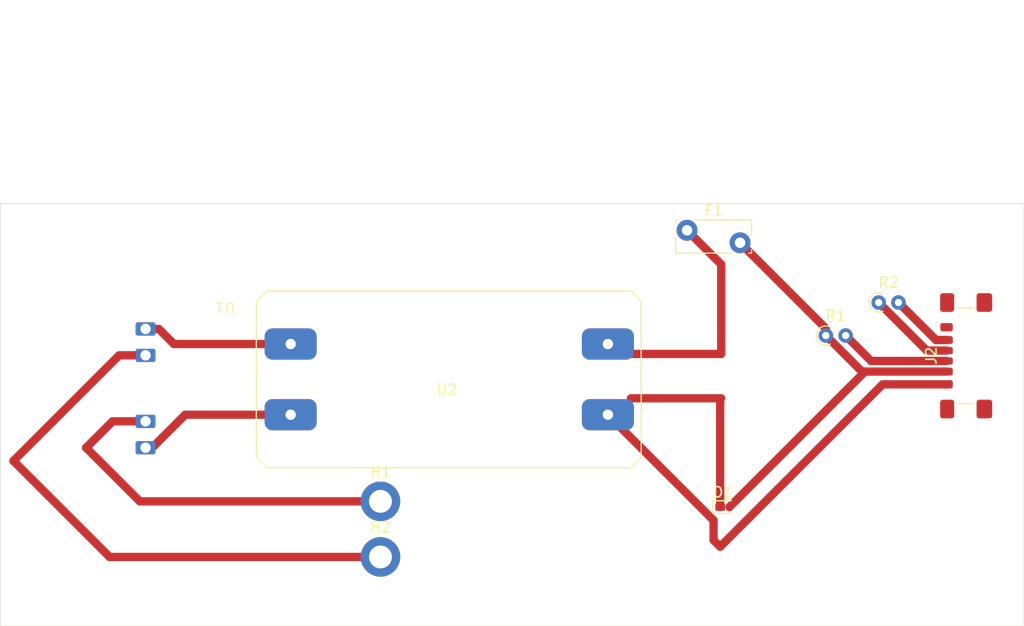
<source format=kicad_pcb>
(kicad_pcb (version 20241229) (generator "pcbnew") (generator_version "9.0")
  (layers (0 "F.Cu" signal) (2 "B.Cu" signal) (13 "F.Paste" user) (15 "B.Paste" user) (5 "F.SilkS" user "F.Silkscreen") (7 "B.SilkS" user "B.Silkscreen") (1 "F.Mask" user) (3 "B.Mask" user) (25 "Edge.Cuts" user))
  (net 0 "")
  (net 1 "Net-(U1-out-)")
  (net 2 "Net-(U1-out+)")
  (net 3 "Net-(U1-b+)")
  (net 4 "Net-(U1-b-)")
  (net 5 "Net-(D1-A)")
  (net 6 "Net-(D1-K)")
  (net 7 "Net-(J2-CC1)")
  (net 8 "Net-(J2-CC2)")
  (net 9 "Net-(U2-vin+)")
  (footprint "Connector_USB:USB_C_Receptacle_GCT_USB4135-GF-A_6P_TopMnt_Horizontal" (layer "F.Cu") (at 192.4375 66.085 90)
    (property "Reference" "J2" (at 0 -4.5 90) (layer "F.SilkS"))
    (property "Value" "USB_C_Receptacle_PowerOnly_6P")
    (fp_line (start 4.6 -2.04) (end 4.6 -0.41) (stroke (width 0.12)) (layer "F.SilkS"))
    (fp_line (start -4.6 -2.04) (end -4.6 -0.41) (stroke (width 0.12)) (layer "F.SilkS"))
    (pad "A5" smd roundrect (at -0.5 -3.0325 90) (size 0.7 1.2) (layers "F.Cu" "F.Mask" "F.Paste") (net 7 "Net-(J2-CC1)"))
    (pad "A9" smd roundrect (at 1.52 -3.0325 270) (size 0.76 1.2) (layers "F.Cu" "F.Mask" "F.Paste") (net 5 "Net-(D1-A)"))
    (pad "A12" smd roundrect (at 2.75 -3.0325 270) (size 0.8 1.2) (layers "F.Cu" "F.Mask" "F.Paste") (net 6 "Net-(D1-K)"))
    (pad "B5" smd roundrect (at 0.5 -3.0325 270) (size 0.7 1.2) (layers "F.Cu" "F.Mask" "F.Paste") (net 8 "Net-(J2-CC2)"))
    (pad "B9" smd roundrect (at -1.52 -3.0325 90) (size 0.76 1.2) (layers "F.Cu" "F.Mask" "F.Paste") (net 5 "Net-(D1-A)"))
    (pad "B12" smd roundrect (at -2.75 -3.0325 90) (size 0.8 1.2) (layers "F.Cu" "F.Mask" "F.Paste") (net 6 "Net-(D1-K)"))
    (pad "S1" smd roundrect (at -5.125 -2.9775 90) (size 1.8 1.35) (layers "F.Cu" "F.Mask" "F.Paste") (roundrect_rratio 0.1851851852) (net 6 "Net-(D1-K)"))
    (pad "S1" smd roundrect (at -5.125 0.6025 90) (size 1.8 1.5) (layers "F.Cu" "F.Mask" "F.Paste") (roundrect_rratio 0.1666666667) (net 6 "Net-(D1-K)"))
    (pad "S1" smd roundrect (at 5.125 -2.9775 90) (size 1.8 1.35) (layers "F.Cu" "F.Mask" "F.Paste") (roundrect_rratio 0.1851851852) (net 6 "Net-(D1-K)"))
    (pad "S1" smd roundrect (at 5.125 0.6025 90) (size 1.8 1.5) (layers "F.Cu" "F.Mask" "F.Paste") (roundrect_rratio 0.1666666667) (net 6 "Net-(D1-K)"))
  )
  (footprint "CustomLibrary:4096_module_first" (layer "F.Cu") (at 120.015 60.96 180)
    (property "Reference" "U1" (at 0 -0.5 180) (layer "F.SilkS") (effects (font (thickness 0.1))))
    (property "Value" "~")
    (pad "1" thru_hole roundrect (at 7.62 -13.97 180) (size 1.905 1.27) (drill 1) (layers "*.Cu" "*.Mask") (roundrect_rratio 0.15) (net 2 "Net-(U1-out+)"))
    (pad "2" thru_hole roundrect (at 7.62 -11.43 180) (size 1.905 1.27) (drill 1) (layers "*.Cu" "*.Mask") (roundrect_rratio 0.15) (net 3 "Net-(U1-b+)"))
    (pad "3" thru_hole roundrect (at 7.62 -5.08 180) (size 1.905 1.27) (drill 1) (layers "*.Cu" "*.Mask") (roundrect_rratio 0.15) (net 4 "Net-(U1-b-)"))
    (pad "4" thru_hole roundrect (at 7.62 -2.54 180) (size 1.905 1.27) (drill 1) (layers "*.Cu" "*.Mask") (roundrect_rratio 0.15) (net 1 "Net-(U1-out-)"))
  )
  (footprint "Resistor_THT:R_Axial_DIN0204_L3.6mm_D1.6mm_P1.90mm_Vertical" (layer "F.Cu") (at 177.8 64.135)
    (property "Reference" "R1" (at 0.95 -1.92 0) (layer "F.SilkS"))
    (property "Value" "10k")
    (fp_arc (start 0.417133 0.82) (mid -0.92 0) (end 0.417133 -0.82) (stroke (width 0.12)) (layer "F.SilkS"))
    (pad "1" thru_hole circle (at 0 0) (size 1.4 1.4) (drill 0.7) (layers "*.Cu" "*.Mask") (net 5 "Net-(D1-A)"))
    (pad "2" thru_hole circle (at 1.9 0) (size 1.4 1.4) (drill 0.7) (layers "*.Cu" "*.Mask") (net 7 "Net-(J2-CC1)"))
  )
  (footprint "boostModule:hw-045" (layer "F.Cu") (at 141.345 68.855)
    (property "Reference" "U2" (at 0 0.5 0) (layer "F.SilkS"))
    (property "Value" "~")
    (fp_line (start -18.3 -8) (end -17.3 -9) (stroke (width 0.12)) (layer "F.SilkS"))
    (fp_line (start -18.3 7) (end -18.3 -8) (stroke (width 0.12)) (layer "F.SilkS"))
    (fp_line (start -18.3 7) (end -17.3 8) (stroke (width 0.12)) (layer "F.SilkS"))
    (fp_line (start -17.3 -9) (end 17.7 -9) (stroke (width 0.12)) (layer "F.SilkS"))
    (fp_line (start -17.3 8) (end 17.7 8) (stroke (width 0.12)) (layer "F.SilkS"))
    (fp_line (start 17.7 8) (end 18.7 7) (stroke (width 0.12)) (layer "F.SilkS"))
    (fp_line (start 18.7 -8) (end 17.7 -9) (stroke (width 0.12)) (layer "F.SilkS"))
    (fp_line (start 18.7 7) (end 18.7 -8) (stroke (width 0.12)) (layer "F.SilkS"))
    (pad "1" thru_hole roundrect (at -15 2.9) (size 5 3) (drill 1) (layers "*.Cu" "*.Mask") (net 2 "Net-(U1-out+)"))
    (pad "2" thru_hole roundrect (at -15 -3.9) (size 5 3) (drill 1) (layers "*.Cu" "*.Mask") (net 1 "Net-(U1-out-)"))
    (pad "3" thru_hole roundrect (at 15.5 -3.9) (size 5 3) (drill 1) (layers "*.Cu" "*.Mask") (net 9 "Net-(U2-vin+)"))
    (pad "4" thru_hole roundrect (at 15.5 2.9) (size 5 3) (drill 1) (layers "*.Cu" "*.Mask") (net 6 "Net-(D1-K)"))
  )
  (footprint "MountingHole:MountingHole_2.2mm_M2_DIN965_Pad" (layer "F.Cu") (at 134.98 80.09)
    (property "Reference" "H1" (at 0 -2.85 0) (layer "F.SilkS"))
    (property "Value" "MountingHole_Pad" (hide yes))
    (pad "1" thru_hole circle (at 0 0) (size 3.8 3.8) (drill 2.2) (layers "*.Cu" "*.Mask") (net 3 "Net-(U1-b+)"))
  )
  (footprint "Resistor_THT:R_Axial_DIN0204_L3.6mm_D1.6mm_P1.90mm_Vertical" (layer "F.Cu") (at 182.88 60.96)
    (property "Reference" "R2" (at 0.95 -1.92 0) (layer "F.SilkS"))
    (property "Value" "10k")
    (fp_arc (start 0.417133 0.82) (mid -0.92 0) (end 0.417133 -0.82) (stroke (width 0.12)) (layer "F.SilkS"))
    (pad "1" thru_hole circle (at 0 0) (size 1.4 1.4) (drill 0.7) (layers "*.Cu" "*.Mask") (net 8 "Net-(J2-CC2)"))
    (pad "2" thru_hole circle (at 1.9 0) (size 1.4 1.4) (drill 0.7) (layers "*.Cu" "*.Mask") (net 5 "Net-(D1-A)"))
  )
  (footprint "MountingHole:MountingHole_2.2mm_M2_DIN965_Pad" (layer "F.Cu") (at 134.98 85.44)
    (property "Reference" "H2" (at 0 -2.85 0) (layer "F.SilkS"))
    (property "Value" "MountingHole_Pad")
    (pad "1" thru_hole circle (at 0 0) (size 3.8 3.8) (drill 2.2) (layers "*.Cu" "*.Mask") (net 4 "Net-(U1-b-)"))
  )
  (footprint "Diode_SMD:Nexperia_DSN1608-2_1.6x0.8mm" (layer "F.Cu") (at 167.925 80.645)
    (property "Reference" "D1" (at 0 -1.43 0) (layer "F.SilkS"))
    (property "Value" "PTVS5V0Z1USK")
    (fp_line (start -1.015 -0.61) (end -1.015 0.61) (stroke (width 0.12)) (layer "F.SilkS"))
    (fp_line (start -1.015 0.61) (end 0.8 0.61) (stroke (width 0.12)) (layer "F.SilkS"))
    (fp_line (start 0.8 -0.61) (end -1.015 -0.61) (stroke (width 0.12)) (layer "F.SilkS"))
    (pad "1" smd roundrect (at -0.285 0) (size 0.93 0.7) (layers "F.Cu" "F.Mask" "F.Paste") (roundrect_rratio 0.1071428571) (net 6 "Net-(D1-K)"))
    (pad "2" smd roundrect (at 0.6 0) (size 0.3 0.7) (layers "F.Cu" "F.Mask" "F.Paste") (net 5 "Net-(D1-A)"))
  )
  (footprint "Fuse:Fuse_Bourns_MF-RG300" (layer "F.Cu") (at 164.455 54.01)
    (property "Reference" "F1" (at 2.55 -1.9 0) (layer "F.SilkS"))
    (property "Value" "Polyfuse")
    (fp_line (start -1.1 -1) (end -0.838 -1) (stroke (width 0.12)) (layer "F.SilkS"))
    (fp_line (start -1.1 -0.702) (end -1.1 -1) (stroke (width 0.12)) (layer "F.SilkS"))
    (fp_line (start -1.1 2.2) (end -1.1 0.702) (stroke (width 0.12)) (layer "F.SilkS"))
    (fp_line (start 0.838 -1) (end 6.2 -1) (stroke (width 0.12)) (layer "F.SilkS"))
    (fp_line (start 4.262 2.2) (end -1.1 2.2) (stroke (width 0.12)) (layer "F.SilkS"))
    (fp_line (start 6.2 -1) (end 6.2 0.498) (stroke (width 0.12)) (layer "F.SilkS"))
    (fp_line (start 6.2 1.902) (end 6.2 2.2) (stroke (width 0.12)) (layer "F.SilkS"))
    (fp_line (start 6.2 2.2) (end 5.938 2.2) (stroke (width 0.12)) (layer "F.SilkS"))
    (pad "1" thru_hole circle (at 0 0) (size 2.01 2.01) (drill 1.01) (layers "*.Cu" "*.Mask") (net 9 "Net-(U2-vin+)"))
    (pad "2" thru_hole circle (at 5.1 1.2) (size 2.01 2.01) (drill 1.01) (layers "*.Cu" "*.Mask") (net 5 "Net-(D1-A)"))
  )
  (gr_rect (start 98.425 51.435) (end 196.85 92.075) (stroke (width 0.05)) (fill no) (layer "Edge.Cuts"))
  (segment (start 115.12 64.955) (end 113.665 63.5) (width 0.8) (layer "F.Cu") (net 1))
  (segment (start 113.665 63.5) (end 112.395 63.5) (width 0.8) (layer "F.Cu") (net 1))
  (segment (start 115.12 64.955) (end 126.345 64.955) (width 0.8) (layer "F.Cu") (net 1))
  (segment (start 113.03 74.93) (end 116.205 71.755) (width 0.8) (layer "F.Cu") (net 2))
  (segment (start 112.395 74.93) (end 113.03 74.93) (width 0.2) (layer "F.Cu") (net 2))
  (segment (start 116.205 71.755) (end 126.345 71.755) (width 0.8) (layer "F.Cu") (net 2))
  (segment (start 106.68 74.93) (end 111.84 80.09) (width 0.8) (layer "F.Cu") (net 3))
  (segment (start 112.395 72.39) (end 109.22 72.39) (width 0.8) (layer "F.Cu") (net 3))
  (segment (start 109.22 72.39) (end 106.68 74.93) (width 0.8) (layer "F.Cu") (net 3))
  (segment (start 111.84 80.09) (end 134.98 80.09) (width 0.8) (layer "F.Cu") (net 3))
  (segment (start 134.98 85.44) (end 108.935 85.44) (width 0.8) (layer "F.Cu") (net 4))
  (segment (start 99.695 76.2) (end 109.855 66.04) (width 0.8) (layer "F.Cu") (net 4))
  (segment (start 108.935 85.44) (end 99.695 76.2) (width 0.8) (layer "F.Cu") (net 4))
  (segment (start 109.855 66.04) (end 112.395 66.04) (width 0.8) (layer "F.Cu") (net 4))
  (segment (start 188.385 64.565) (end 189.405 64.565) (width 0.8) (layer "F.Cu") (net 5))
  (segment (start 181.565 67.605) (end 189.405 67.605) (width 0.8) (layer "F.Cu") (net 5))
  (segment (start 168.525 80.645) (end 181.565 67.605) (width 0.8) (layer "F.Cu") (net 5))
  (segment (start 177.8 64.135) (end 181.27 67.605) (width 0.8) (layer "F.Cu") (net 5))
  (segment (start 181.27 67.605) (end 181.565 67.605) (width 0.2) (layer "F.Cu") (net 5))
  (segment (start 169.555 55.21) (end 177.8 63.455) (width 0.8) (layer "F.Cu") (net 5))
  (segment (start 177.8 63.455) (end 177.8 64.135) (width 0.2) (layer "F.Cu") (net 5))
  (segment (start 184.78 60.96) (end 188.385 64.565) (width 0.8) (layer "F.Cu") (net 5))
  (segment (start 167.64 70.2775) (end 167.7425 70.175) (width 0.2) (layer "F.Cu") (net 6))
  (segment (start 167.64 84.455) (end 167.005 83.82) (width 0.8) (layer "F.Cu") (net 6))
  (segment (start 167.005 83.82) (end 167.005 81.915) (width 0.8) (layer "F.Cu") (net 6))
  (segment (start 157.48 71.755) (end 159.06 70.175) (width 0.2) (layer "F.Cu") (net 6))
  (segment (start 156.845 71.755) (end 157.48 71.755) (width 0.2) (layer "F.Cu") (net 6))
  (segment (start 189.405 68.835) (end 183.26 68.835) (width 0.8) (layer "F.Cu") (net 6))
  (segment (start 159.06 70.175) (end 167.7425 70.175) (width 0.8) (layer "F.Cu") (net 6))
  (segment (start 183.26 68.835) (end 167.64 84.455) (width 0.8) (layer "F.Cu") (net 6))
  (segment (start 167.64 80.645) (end 167.64 70.2775) (width 0.8) (layer "F.Cu") (net 6))
  (segment (start 167.005 81.915) (end 156.845 71.755) (width 0.8) (layer "F.Cu") (net 6))
  (segment (start 179.7 64.135) (end 182.15 66.585) (width 0.8) (layer "F.Cu") (net 7))
  (segment (start 182.15 66.585) (end 189.405 66.585) (width 0.8) (layer "F.Cu") (net 7))
  (segment (start 187.505 65.585) (end 189.405 65.585) (width 0.8) (layer "F.Cu") (net 8))
  (segment (start 182.88 60.96) (end 187.505 65.585) (width 0.8) (layer "F.Cu") (net 8))
  (segment (start 157.795 65.905) (end 167.7425 65.905) (width 0.8) (layer "F.Cu") (net 9))
  (segment (start 167.7425 57.2975) (end 164.455 54.01) (width 0.8) (layer "F.Cu") (net 9))
  (segment (start 156.845 64.955) (end 157.795 65.905) (width 0.2) (layer "F.Cu") (net 9))
  (segment (start 167.7425 65.905) (end 167.7425 57.2975) (width 0.8) (layer "F.Cu") (net 9))
)
</source>
